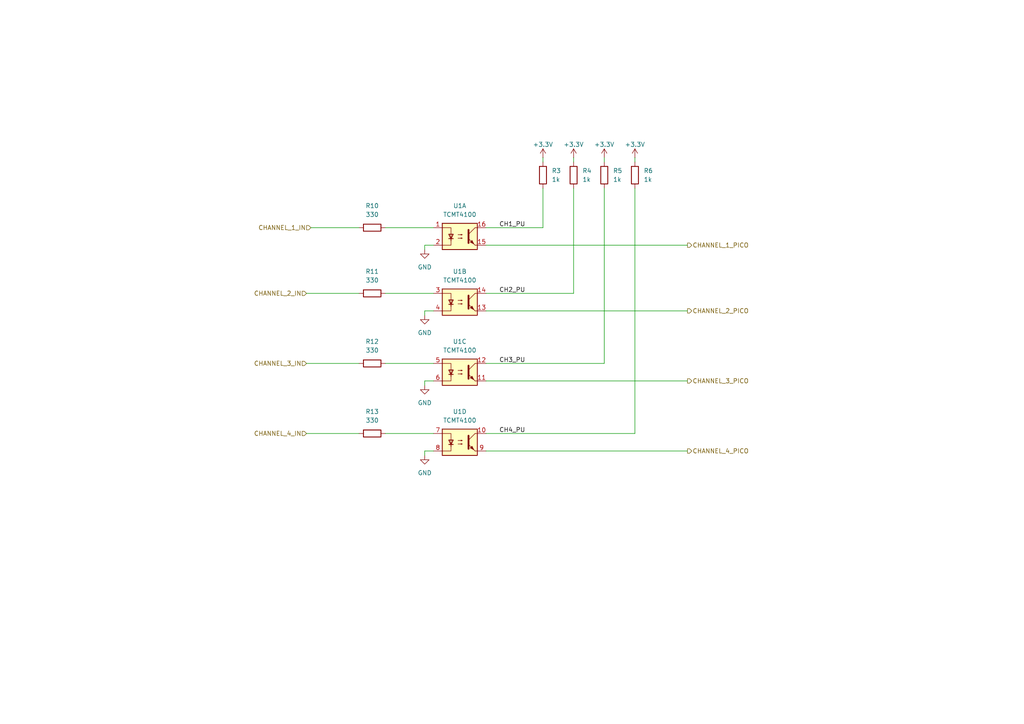
<source format=kicad_sch>
(kicad_sch (version 20250114) (generator "eeschema") (generator_version "9.0")
  (paper "A4")
  (lib_symbols
    (symbol "Device:R" (pin_numbers (hide yes)) (pin_names (offset 0))
      (property "Reference" "R" (at 2.032 0 90))
      (property "Value" "R" (at 0 0 90))
      (symbol "R_0_1"
        (rectangle (start -1.016 -2.54) (end 1.016 2.54) (stroke (width 0.254)))
      )
      (symbol "R_1_1"
        (pin passive line (at 0 3.81 270) (length 1.27) (name "~") (number "1"))
        (pin passive line (at 0 -3.81 90) (length 1.27) (name "~") (number "2"))
      )
    )
    (symbol "Isolator:TCMT4100" (pin_names (offset 1.016))
      (property "Reference" "U" (at 0 5.08 0))
      (property "Value" "TCMT4100" (at 0 -5.08 0))
      (symbol "TCMT4100_1_1"
        (rectangle (start -5.08 3.81) (end 5.08 -3.81) (stroke (width 0.254)) (fill (type background)))
        (polyline (pts (xy -5.08 2.54) (xy -2.54 2.54) (xy -2.54 -1.27)))
        (polyline (pts (xy -3.175 -0.635) (xy -1.905 -0.635)) (stroke (width 0.254)))
        (polyline (pts (xy -2.54 -0.635) (xy -2.54 -2.54) (xy -5.08 -2.54)))
        (polyline (pts (xy -2.54 -0.635) (xy -3.175 0.635) (xy -1.905 0.635) (xy -2.54 -0.635)) (stroke (width 0.254)))
        (polyline (pts (xy -0.508 0.508) (xy 0.762 0.508) (xy 0.381 0.381) (xy 0.381 0.635) (xy 0.762 0.508)))
        (polyline (pts (xy -0.508 -0.508) (xy 0.762 -0.508) (xy 0.381 -0.635) (xy 0.381 -0.381) (xy 0.762 -0.508)))
        (polyline (pts (xy 2.54 1.905) (xy 2.54 -1.905)) (stroke (width 0.508)))
        (polyline (pts (xy 2.54 0.635) (xy 4.445 2.54)))
        (polyline (pts (xy 3.048 -1.651) (xy 3.556 -1.143) (xy 4.064 -2.159) (xy 3.048 -1.651)) (fill (type outline)))
        (polyline (pts (xy 4.445 2.54) (xy 5.08 2.54)))
        (polyline (pts (xy 4.445 -2.54) (xy 2.54 -0.635)) (fill (type outline)))
        (polyline (pts (xy 4.445 -2.54) (xy 5.08 -2.54)))
        (pin passive line (at -7.62 2.54 0) (length 2.54) (name "~") (number "1"))
        (pin passive line (at -7.62 -2.54 0) (length 2.54) (name "~") (number "2"))
        (pin passive line (at 7.62 2.54 180) (length 2.54) (name "~") (number "16"))
        (pin passive line (at 7.62 -2.54 180) (length 2.54) (name "~") (number "15"))
      )
      (symbol "TCMT4100_2_1"
        (rectangle (start -5.08 3.81) (end 5.08 -3.81) (stroke (width 0.254)) (fill (type background)))
        (polyline (pts (xy -5.08 2.54) (xy -2.54 2.54) (xy -2.54 -1.27) (xy -2.54 0.635)))
        (polyline (pts (xy -3.175 -0.635) (xy -1.905 -0.635)) (stroke (width 0.254)))
        (polyline (pts (xy -2.54 -0.635) (xy -2.54 -2.54) (xy -5.08 -2.54)))
        (polyline (pts (xy -2.54 -0.635) (xy -3.175 0.635) (xy -1.905 0.635) (xy -2.54 -0.635)) (stroke (width 0.254)))
        (polyline (pts (xy -0.508 0.508) (xy 0.762 0.508) (xy 0.381 0.381) (xy 0.381 0.635) (xy 0.762 0.508)))
        (polyline (pts (xy -0.508 -0.508) (xy 0.762 -0.508) (xy 0.381 -0.635) (xy 0.381 -0.381) (xy 0.762 -0.508)))
        (polyline (pts (xy 2.54 1.905) (xy 2.54 -1.905)) (stroke (width 0.508)))
        (polyline (pts (xy 2.54 0.635) (xy 4.445 2.54)))
        (polyline (pts (xy 3.048 -1.651) (xy 3.556 -1.143) (xy 4.064 -2.159) (xy 3.048 -1.651)) (fill (type outline)))
        (polyline (pts (xy 4.445 2.54) (xy 5.08 2.54)))
        (polyline (pts (xy 4.445 -2.54) (xy 2.54 -0.635)) (fill (type outline)))
        (polyline (pts (xy 4.445 -2.54) (xy 5.08 -2.54)))
        (pin passive line (at -7.62 2.54 0) (length 2.54) (name "~") (number "3"))
        (pin passive line (at -7.62 -2.54 0) (length 2.54) (name "~") (number "4"))
        (pin passive line (at 7.62 2.54 180) (length 2.54) (name "~") (number "14"))
        (pin passive line (at 7.62 -2.54 180) (length 2.54) (name "~") (number "13"))
      )
      (symbol "TCMT4100_3_1"
        (rectangle (start -5.08 3.81) (end 5.08 -3.81) (stroke (width 0.254)) (fill (type background)))
        (polyline (pts (xy -5.08 2.54) (xy -2.54 2.54) (xy -2.54 -1.27) (xy -2.54 0.635)))
        (polyline (pts (xy -3.175 -0.635) (xy -1.905 -0.635)) (stroke (width 0.254)))
        (polyline (pts (xy -2.54 -0.635) (xy -2.54 -2.54) (xy -5.08 -2.54)))
        (polyline (pts (xy -2.54 -0.635) (xy -3.175 0.635) (xy -1.905 0.635) (xy -2.54 -0.635)) (stroke (width 0.254)))
        (polyline (pts (xy -0.508 0.508) (xy 0.762 0.508) (xy 0.381 0.381) (xy 0.381 0.635) (xy 0.762 0.508)))
        (polyline (pts (xy -0.508 -0.508) (xy 0.762 -0.508) (xy 0.381 -0.635) (xy 0.381 -0.381) (xy 0.762 -0.508)))
        (polyline (pts (xy 2.54 1.905) (xy 2.54 -1.905)) (stroke (width 0.508)))
        (polyline (pts (xy 2.54 0.635) (xy 4.445 2.54)))
        (polyline (pts (xy 3.048 -1.651) (xy 3.556 -1.143) (xy 4.064 -2.159) (xy 3.048 -1.651)) (fill (type outline)))
        (polyline (pts (xy 4.445 2.54) (xy 5.08 2.54)))
        (polyline (pts (xy 4.445 -2.54) (xy 2.54 -0.635)) (fill (type outline)))
        (polyline (pts (xy 4.445 -2.54) (xy 5.08 -2.54)))
        (pin passive line (at -7.62 2.54 0) (length 2.54) (name "~") (number "5"))
        (pin passive line (at -7.62 -2.54 0) (length 2.54) (name "~") (number "6"))
        (pin passive line (at 7.62 2.54 180) (length 2.54) (name "~") (number "12"))
        (pin passive line (at 7.62 -2.54 180) (length 2.54) (name "~") (number "11"))
      )
      (symbol "TCMT4100_4_1"
        (rectangle (start -5.08 3.81) (end 5.08 -3.81) (stroke (width 0.254)) (fill (type background)))
        (polyline (pts (xy -5.08 2.54) (xy -2.54 2.54) (xy -2.54 -1.27) (xy -2.54 0.635)))
        (polyline (pts (xy -3.175 -0.635) (xy -1.905 -0.635)) (stroke (width 0.254)))
        (polyline (pts (xy -2.54 -0.635) (xy -2.54 -2.54) (xy -5.08 -2.54)))
        (polyline (pts (xy -2.54 -0.635) (xy -3.175 0.635) (xy -1.905 0.635) (xy -2.54 -0.635)) (stroke (width 0.254)))
        (polyline (pts (xy -0.508 0.508) (xy 0.762 0.508) (xy 0.381 0.381) (xy 0.381 0.635) (xy 0.762 0.508)))
        (polyline (pts (xy -0.508 -0.508) (xy 0.762 -0.508) (xy 0.381 -0.635) (xy 0.381 -0.381) (xy 0.762 -0.508)))
        (polyline (pts (xy 2.54 1.905) (xy 2.54 -1.905)) (stroke (width 0.508)))
        (polyline (pts (xy 2.54 0.635) (xy 4.445 2.54)))
        (polyline (pts (xy 3.048 -1.651) (xy 3.556 -1.143) (xy 4.064 -2.159) (xy 3.048 -1.651)) (fill (type outline)))
        (polyline (pts (xy 4.445 2.54) (xy 5.08 2.54)))
        (polyline (pts (xy 4.445 -2.54) (xy 2.54 -0.635)) (fill (type outline)))
        (polyline (pts (xy 4.445 -2.54) (xy 5.08 -2.54)))
        (pin passive line (at -7.62 2.54 0) (length 2.54) (name "~") (number "7"))
        (pin passive line (at -7.62 -2.54 0) (length 2.54) (name "~") (number "8"))
        (pin passive line (at 7.62 2.54 180) (length 2.54) (name "~") (number "10"))
        (pin passive line (at 7.62 -2.54 180) (length 2.54) (name "~") (number "9"))
      )
    )
    (symbol "power:+3.3V" (power) (pin_numbers (hide yes)) (pin_names (offset 0) (hide yes))
      (property "Value" "+3.3V" (at 0 3.556 0))
      (symbol "+3.3V_0_1"
        (polyline (pts (xy -0.762 1.27) (xy 0 2.54)))
        (polyline (pts (xy 0 2.54) (xy 0.762 1.27)))
        (polyline (pts (xy 0 0) (xy 0 2.54)))
      )
      (symbol "+3.3V_1_1"
        (pin power_in line (at 0 0 90) (length 0) (name "~") (number "1"))
      )
    )
    (symbol "power:GND" (power) (pin_numbers (hide yes)) (pin_names (offset 0) (hide yes))
      (property "Value" "GND" (at 0 -3.81 0))
      (symbol "GND_0_1"
        (polyline (pts (xy 0 0) (xy 0 -1.27) (xy 1.27 -1.27) (xy 0 -2.54) (xy -1.27 -1.27) (xy 0 -1.27)))
      )
      (symbol "GND_1_1"
        (pin power_in line (at 0 0 270) (length 0) (name "~") (number "1"))
      )
    )
  )
  (wire (pts (xy 125.73 71.12) (xy 123.19 71.12)))
  (wire (pts (xy 123.19 110.49) (xy 123.19 111.76)))
  (wire (pts (xy 166.37 85.09) (xy 166.37 54.61)))
  (wire (pts (xy 140.97 105.41) (xy 175.26 105.41)))
  (wire (pts (xy 140.97 125.73) (xy 184.15 125.73)))
  (wire (pts (xy 123.19 71.12) (xy 123.19 72.39)))
  (wire (pts (xy 88.9 125.73) (xy 104.14 125.73)))
  (wire (pts (xy 125.73 90.17) (xy 123.19 90.17)))
  (wire (pts (xy 111.76 85.09) (xy 125.73 85.09)))
  (wire (pts (xy 140.97 90.17) (xy 199.39 90.17)))
  (wire (pts (xy 123.19 90.17) (xy 123.19 91.44)))
  (wire (pts (xy 166.37 45.72) (xy 166.37 46.99)))
  (wire (pts (xy 184.15 45.72) (xy 184.15 46.99)))
  (wire (pts (xy 184.15 125.73) (xy 184.15 54.61)))
  (wire (pts (xy 140.97 71.12) (xy 199.39 71.12)))
  (wire (pts (xy 125.73 130.81) (xy 123.19 130.81)))
  (wire (pts (xy 157.48 66.04) (xy 157.48 54.61)))
  (wire (pts (xy 175.26 45.72) (xy 175.26 46.99)))
  (wire (pts (xy 140.97 66.04) (xy 157.48 66.04)))
  (wire (pts (xy 175.26 105.41) (xy 175.26 54.61)))
  (wire (pts (xy 88.9 105.41) (xy 104.14 105.41)))
  (wire (pts (xy 111.76 125.73) (xy 125.73 125.73)))
  (wire (pts (xy 88.9 85.09) (xy 104.14 85.09)))
  (wire (pts (xy 123.19 130.81) (xy 123.19 132.08)))
  (wire (pts (xy 111.76 66.04) (xy 125.73 66.04)))
  (wire (pts (xy 111.76 105.41) (xy 125.73 105.41)))
  (wire (pts (xy 140.97 85.09) (xy 166.37 85.09)))
  (wire (pts (xy 157.48 45.72) (xy 157.48 46.99)))
  (wire (pts (xy 140.97 110.49) (xy 199.39 110.49)))
  (wire (pts (xy 90.17 66.04) (xy 104.14 66.04)))
  (wire (pts (xy 125.73 110.49) (xy 123.19 110.49)))
  (wire (pts (xy 140.97 130.81) (xy 199.39 130.81)))
  (label "CH3_PU" (at 144.78 105.41 0))
  (label "CH4_PU" (at 144.78 125.73 0))
  (label "CH2_PU" (at 144.78 85.09 0))
  (label "CH1_PU" (at 144.78 66.04 0))
  (hierarchical_label "CHANNEL_3_IN" (shape input) (at 88.9 105.41 180))
  (hierarchical_label "CHANNEL_4_PICO" (shape output) (at 199.39 130.81 0))
  (hierarchical_label "CHANNEL_1_IN" (shape input) (at 90.17 66.04 180))
  (hierarchical_label "CHANNEL_2_PICO" (shape output) (at 199.39 90.17 0))
  (hierarchical_label "CHANNEL_3_PICO" (shape output) (at 199.39 110.49 0))
  (hierarchical_label "CHANNEL_1_PICO" (shape output) (at 199.39 71.12 0))
  (hierarchical_label "CHANNEL_4_IN" (shape input) (at 88.9 125.73 180))
  (hierarchical_label "CHANNEL_2_IN" (shape input) (at 88.9 85.09 180))
  (symbol (lib_id "power:GND") (at 123.19 91.44 0) (unit 1)
    (property "Reference" "#PWR033" (effects (hide yes)))
    (property "Value" "GND" (at 123.19 96.52 0))
    (property "Description" "Power symbol creates a global label with name \"GND\" , ground" (effects (hide yes)))
  )
  (symbol (lib_id "power:+3.3V") (at 157.48 45.72 0) (unit 1)
    (property "Reference" "#PWR09" (effects (hide yes)))
    (property "Value" "+3.3V" (at 157.48 41.91 0))
    (property "Description" "Power symbol creates a global label with name \"+3.3V\"" (effects (hide yes)))
  )
  (symbol (lib_id "power:GND") (at 123.19 111.76 0) (unit 1)
    (property "Reference" "#PWR034" (effects (hide yes)))
    (property "Value" "GND" (at 123.19 116.84 0))
    (property "Description" "Power symbol creates a global label with name \"GND\" , ground" (effects (hide yes)))
  )
  (symbol (lib_id "Device:R") (at 107.95 125.73 90) (unit 1)
    (property "Reference" "R13" (at 107.95 119.38 90))
    (property "Value" "330" (at 107.95 121.92 90))
    (property "Footprint" "Resistor_SMD:R_0603_1608Metric" (effects (hide yes)))
    (property "Description" "Resistor" (effects (hide yes)))
  )
  (symbol (lib_id "Device:R") (at 107.95 105.41 90) (unit 1)
    (property "Reference" "R12" (at 107.95 99.06 90))
    (property "Value" "330" (at 107.95 101.6 90))
    (property "Footprint" "Resistor_SMD:R_0603_1608Metric" (effects (hide yes)))
    (property "Description" "Resistor" (effects (hide yes)))
  )
  (symbol (lib_id "Device:R") (at 107.95 66.04 90) (unit 1)
    (property "Reference" "R10" (at 107.95 59.69 90))
    (property "Value" "330" (at 107.95 62.23 90))
    (property "Footprint" "Resistor_SMD:R_0603_1608Metric" (effects (hide yes)))
    (property "Description" "Resistor" (effects (hide yes)))
  )
  (symbol (lib_id "Isolator:TCMT4100") (at 133.35 68.58 0) (unit 1)
    (property "Reference" "U1" (at 133.35 59.69 0))
    (property "Value" "TCMT4100" (at 133.35 62.23 0))
    (property "Footprint" "Package_SO:SOP-16_4.4x10.4mm_P1.27mm" (effects (hide yes)))
    (property "Datasheet" "https://www.vishay.com/docs/84181/tcmt4100.pdf" (effects (hide yes)))
    (property "Description" "Quad Optocoupler, Vce 70V, CTR 50-600%, Viso 3750V (RMS), SOP-16" (effects (hide yes)))
  )
  (symbol (lib_id "Isolator:TCMT4100") (at 133.35 87.63 0) (unit 2)
    (property "Reference" "U1" (at 133.35 78.74 0))
    (property "Value" "TCMT4100" (at 133.35 81.28 0))
    (property "Footprint" "Package_SO:SOP-16_4.4x10.4mm_P1.27mm" (effects (hide yes)))
    (property "Datasheet" "https://www.vishay.com/docs/84181/tcmt4100.pdf" (effects (hide yes)))
    (property "Description" "Quad Optocoupler, Vce 70V, CTR 50-600%, Viso 3750V (RMS), SOP-16" (effects (hide yes)))
  )
  (symbol (lib_id "Device:R") (at 157.48 50.8 0) (unit 1)
    (property "Reference" "R3" (at 160.02 49.5299 0) (effects (justify left)))
    (property "Value" "1k" (at 160.02 52.0699 0) (effects (justify left)))
    (property "Footprint" "Resistor_SMD:R_0603_1608Metric" (effects (hide yes)))
    (property "Description" "Resistor" (effects (hide yes)))
  )
  (symbol (lib_id "power:GND") (at 123.19 132.08 0) (unit 1)
    (property "Reference" "#PWR035" (effects (hide yes)))
    (property "Value" "GND" (at 123.19 137.16 0))
    (property "Description" "Power symbol creates a global label with name \"GND\" , ground" (effects (hide yes)))
  )
  (symbol (lib_id "Device:R") (at 184.15 50.8 0) (unit 1)
    (property "Reference" "R6" (at 186.69 49.5299 0) (effects (justify left)))
    (property "Value" "1k" (at 186.69 52.0699 0) (effects (justify left)))
    (property "Footprint" "Resistor_SMD:R_0603_1608Metric" (effects (hide yes)))
    (property "Description" "Resistor" (effects (hide yes)))
  )
  (symbol (lib_id "power:+3.3V") (at 166.37 45.72 0) (unit 1)
    (property "Reference" "#PWR010" (effects (hide yes)))
    (property "Value" "+3.3V" (at 166.37 41.91 0))
    (property "Description" "Power symbol creates a global label with name \"+3.3V\"" (effects (hide yes)))
  )
  (symbol (lib_id "Device:R") (at 175.26 50.8 0) (unit 1)
    (property "Reference" "R5" (at 177.8 49.5299 0) (effects (justify left)))
    (property "Value" "1k" (at 177.8 52.0699 0) (effects (justify left)))
    (property "Footprint" "Resistor_SMD:R_0603_1608Metric" (effects (hide yes)))
    (property "Description" "Resistor" (effects (hide yes)))
  )
  (symbol (lib_id "Isolator:TCMT4100") (at 133.35 107.95 0) (unit 3)
    (property "Reference" "U1" (at 133.35 99.06 0))
    (property "Value" "TCMT4100" (at 133.35 101.6 0))
    (property "Footprint" "Package_SO:SOP-16_4.4x10.4mm_P1.27mm" (effects (hide yes)))
    (property "Datasheet" "https://www.vishay.com/docs/84181/tcmt4100.pdf" (effects (hide yes)))
    (property "Description" "Quad Optocoupler, Vce 70V, CTR 50-600%, Viso 3750V (RMS), SOP-16" (effects (hide yes)))
  )
  (symbol (lib_id "Device:R") (at 107.95 85.09 90) (unit 1)
    (property "Reference" "R11" (at 107.95 78.74 90))
    (property "Value" "330" (at 107.95 81.28 90))
    (property "Footprint" "Resistor_SMD:R_0603_1608Metric" (effects (hide yes)))
    (property "Description" "Resistor" (effects (hide yes)))
  )
  (symbol (lib_id "power:+3.3V") (at 184.15 45.72 0) (unit 1)
    (property "Reference" "#PWR012" (effects (hide yes)))
    (property "Value" "+3.3V" (at 184.15 41.91 0))
    (property "Description" "Power symbol creates a global label with name \"+3.3V\"" (effects (hide yes)))
  )
  (symbol (lib_id "power:+3.3V") (at 175.26 45.72 0) (unit 1)
    (property "Reference" "#PWR011" (effects (hide yes)))
    (property "Value" "+3.3V" (at 175.26 41.91 0))
    (property "Description" "Power symbol creates a global label with name \"+3.3V\"" (effects (hide yes)))
  )
  (symbol (lib_id "Device:R") (at 166.37 50.8 0) (unit 1)
    (property "Reference" "R4" (at 168.91 49.5299 0) (effects (justify left)))
    (property "Value" "1k" (at 168.91 52.0699 0) (effects (justify left)))
    (property "Footprint" "Resistor_SMD:R_0603_1608Metric" (effects (hide yes)))
    (property "Description" "Resistor" (effects (hide yes)))
  )
  (symbol (lib_id "power:GND") (at 123.19 72.39 0) (unit 1)
    (property "Reference" "#PWR032" (effects (hide yes)))
    (property "Value" "GND" (at 123.19 77.47 0))
    (property "Description" "Power symbol creates a global label with name \"GND\" , ground" (effects (hide yes)))
  )
  (symbol (lib_id "Isolator:TCMT4100") (at 133.35 128.27 0) (unit 4)
    (property "Reference" "U1" (at 133.35 119.38 0))
    (property "Value" "TCMT4100" (at 133.35 121.92 0))
    (property "Footprint" "Package_SO:SOP-16_4.4x10.4mm_P1.27mm" (effects (hide yes)))
    (property "Datasheet" "https://www.vishay.com/docs/84181/tcmt4100.pdf" (effects (hide yes)))
    (property "Description" "Quad Optocoupler, Vce 70V, CTR 50-600%, Viso 3750V (RMS), SOP-16" (effects (hide yes)))
  )
)
</source>
